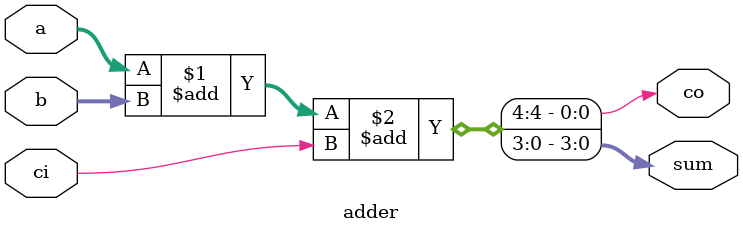
<source format=sv>
`timescale 1ns/1ns
module adder (input [3:0]a,b, input ci , output [3:0]sum ,output co);
assign{co,sum} = a+b+ci;
endmodule


</source>
